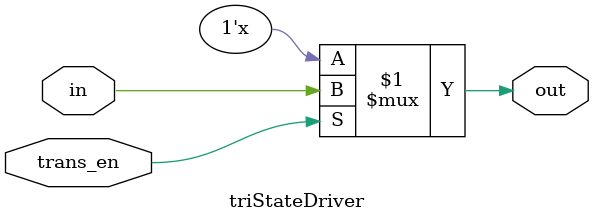
<source format=v>
module triStateDriver(out, in, trans_en);
	output out;
	input in, trans_en;
	
	assign out = trans_en ? in : 1'bz;
endmodule
</source>
